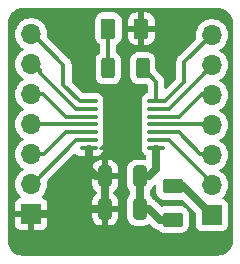
<source format=gbr>
%TF.GenerationSoftware,KiCad,Pcbnew,(7.0.0)*%
%TF.CreationDate,2023-02-28T13:13:19+01:00*%
%TF.ProjectId,breakout-board-attiny,62726561-6b6f-4757-942d-626f6172642d,rev?*%
%TF.SameCoordinates,Original*%
%TF.FileFunction,Copper,L1,Top*%
%TF.FilePolarity,Positive*%
%FSLAX46Y46*%
G04 Gerber Fmt 4.6, Leading zero omitted, Abs format (unit mm)*
G04 Created by KiCad (PCBNEW (7.0.0)) date 2023-02-28 13:13:19*
%MOMM*%
%LPD*%
G01*
G04 APERTURE LIST*
G04 Aperture macros list*
%AMRoundRect*
0 Rectangle with rounded corners*
0 $1 Rounding radius*
0 $2 $3 $4 $5 $6 $7 $8 $9 X,Y pos of 4 corners*
0 Add a 4 corners polygon primitive as box body*
4,1,4,$2,$3,$4,$5,$6,$7,$8,$9,$2,$3,0*
0 Add four circle primitives for the rounded corners*
1,1,$1+$1,$2,$3*
1,1,$1+$1,$4,$5*
1,1,$1+$1,$6,$7*
1,1,$1+$1,$8,$9*
0 Add four rect primitives between the rounded corners*
20,1,$1+$1,$2,$3,$4,$5,0*
20,1,$1+$1,$4,$5,$6,$7,0*
20,1,$1+$1,$6,$7,$8,$9,0*
20,1,$1+$1,$8,$9,$2,$3,0*%
G04 Aperture macros list end*
%TA.AperFunction,SMDPad,CuDef*%
%ADD10RoundRect,0.250000X0.375000X0.625000X-0.375000X0.625000X-0.375000X-0.625000X0.375000X-0.625000X0*%
%TD*%
%TA.AperFunction,SMDPad,CuDef*%
%ADD11RoundRect,0.250000X0.325000X0.650000X-0.325000X0.650000X-0.325000X-0.650000X0.325000X-0.650000X0*%
%TD*%
%TA.AperFunction,SMDPad,CuDef*%
%ADD12RoundRect,0.250000X0.312500X0.625000X-0.312500X0.625000X-0.312500X-0.625000X0.312500X-0.625000X0*%
%TD*%
%TA.AperFunction,SMDPad,CuDef*%
%ADD13RoundRect,0.250000X0.625000X-0.375000X0.625000X0.375000X-0.625000X0.375000X-0.625000X-0.375000X0*%
%TD*%
%TA.AperFunction,SMDPad,CuDef*%
%ADD14RoundRect,0.100000X0.637500X0.100000X-0.637500X0.100000X-0.637500X-0.100000X0.637500X-0.100000X0*%
%TD*%
%TA.AperFunction,ComponentPad*%
%ADD15R,1.700000X1.700000*%
%TD*%
%TA.AperFunction,ComponentPad*%
%ADD16O,1.700000X1.700000*%
%TD*%
%TA.AperFunction,Conductor*%
%ADD17C,0.700000*%
%TD*%
%TA.AperFunction,Conductor*%
%ADD18C,0.350000*%
%TD*%
G04 APERTURE END LIST*
D10*
%TO.P,D2,1,K*%
%TO.N,GND*%
X140849000Y-96990000D03*
%TO.P,D2,2,A*%
%TO.N,Net-(D2-A)*%
X138049000Y-96990000D03*
%TD*%
D11*
%TO.P,C2,1*%
%TO.N,/sVCC*%
X140725000Y-109500000D03*
%TO.P,C2,2*%
%TO.N,GND*%
X137775000Y-109500000D03*
%TD*%
D12*
%TO.P,R1,1*%
%TO.N,/TxD{slash}PB2*%
X140970000Y-100330000D03*
%TO.P,R1,2*%
%TO.N,Net-(D2-A)*%
X138045000Y-100330000D03*
%TD*%
D13*
%TO.P,D1,1,K*%
%TO.N,/sVCC*%
X143500000Y-113150000D03*
%TO.P,D1,2,A*%
%TO.N,VCC*%
X143500000Y-110350000D03*
%TD*%
D14*
%TO.P,U1,1,VCC*%
%TO.N,/sVCC*%
X142112500Y-107050000D03*
%TO.P,U1,2,PA4*%
%TO.N,/XDIR{slash}PA4*%
X142112500Y-106400000D03*
%TO.P,U1,3,PA5*%
%TO.N,/PA5*%
X142112500Y-105750000D03*
%TO.P,U1,4,PA6*%
%TO.N,/PA6*%
X142112500Y-105100000D03*
%TO.P,U1,5,PA7*%
%TO.N,/PA7*%
X142112500Y-104450000D03*
%TO.P,U1,6,PB3*%
%TO.N,/RxD{slash}PB3*%
X142112500Y-103800000D03*
%TO.P,U1,7,PB2*%
%TO.N,/TxD{slash}PB2*%
X142112500Y-103150000D03*
%TO.P,U1,8,PB1*%
%TO.N,/SDA{slash}XCK{slash}PB1*%
X136387500Y-103150000D03*
%TO.P,U1,9,PB0*%
%TO.N,/SCL{slash}XDIR{slash}PB0*%
X136387500Y-103800000D03*
%TO.P,U1,10,~{RESET}/PA0*%
%TO.N,/RESET-UDPI*%
X136387500Y-104450000D03*
%TO.P,U1,11,PA1*%
%TO.N,/TXD{slash}PA1*%
X136387500Y-105100000D03*
%TO.P,U1,12,PA2*%
%TO.N,/RXD{slash}PA2*%
X136387500Y-105750000D03*
%TO.P,U1,13,PA3*%
%TO.N,/XCK{slash}PA3*%
X136387500Y-106400000D03*
%TO.P,U1,14,GND*%
%TO.N,GND*%
X136387500Y-107050000D03*
%TD*%
D11*
%TO.P,C1,1*%
%TO.N,/sVCC*%
X140725000Y-112250000D03*
%TO.P,C1,2*%
%TO.N,GND*%
X137775000Y-112250000D03*
%TD*%
D15*
%TO.P,J1,1,Pin_1*%
%TO.N,VCC*%
X146811999Y-112775999D03*
D16*
%TO.P,J1,2,Pin_2*%
%TO.N,/XDIR{slash}PA4*%
X146811999Y-110235999D03*
%TO.P,J1,3,Pin_3*%
%TO.N,/PA5*%
X146811999Y-107695999D03*
%TO.P,J1,4,Pin_4*%
%TO.N,/PA6*%
X146811999Y-105155999D03*
%TO.P,J1,5,Pin_5*%
%TO.N,/PA7*%
X146811999Y-102615999D03*
%TO.P,J1,6,Pin_6*%
%TO.N,/RxD{slash}PB3*%
X146811999Y-100075999D03*
%TO.P,J1,7,Pin_7*%
%TO.N,/TxD{slash}PB2*%
X146811999Y-97535999D03*
%TD*%
D15*
%TO.P,J2,1,Pin_1*%
%TO.N,GND*%
X131524999Y-112689999D03*
D16*
%TO.P,J2,2,Pin_2*%
%TO.N,/XCK{slash}PA3*%
X131524999Y-110149999D03*
%TO.P,J2,3,Pin_3*%
%TO.N,/RXD{slash}PA2*%
X131524999Y-107609999D03*
%TO.P,J2,4,Pin_4*%
%TO.N,/TXD{slash}PA1*%
X131524999Y-105069999D03*
%TO.P,J2,5,Pin_5*%
%TO.N,/RESET-UDPI*%
X131524999Y-102529999D03*
%TO.P,J2,6,Pin_6*%
%TO.N,/SCL{slash}XDIR{slash}PB0*%
X131524999Y-99989999D03*
%TO.P,J2,7,Pin_7*%
%TO.N,/SDA{slash}XCK{slash}PB1*%
X131524999Y-97449999D03*
%TD*%
D17*
%TO.N,/sVCC*%
X141500000Y-112250000D02*
X140725000Y-112250000D01*
X141500000Y-109500000D02*
X142112500Y-108887500D01*
X142112500Y-108887500D02*
X142112500Y-107150000D01*
X140725000Y-112250000D02*
X140725000Y-109500000D01*
X140725000Y-109500000D02*
X141500000Y-109500000D01*
X142400000Y-113150000D02*
X141500000Y-112250000D01*
X143500000Y-113150000D02*
X142400000Y-113150000D01*
%TO.N,GND*%
X131650000Y-112690000D02*
X134810000Y-112690000D01*
X137775000Y-112250000D02*
X137775000Y-109500000D01*
X137775000Y-109500000D02*
X137000000Y-109500000D01*
X136387500Y-108887500D02*
X136387500Y-107150000D01*
X135250000Y-112250000D02*
X137775000Y-112250000D01*
X134810000Y-112690000D02*
X135250000Y-112250000D01*
X137000000Y-109500000D02*
X136387500Y-108887500D01*
%TO.N,VCC*%
X143500000Y-110350000D02*
X144386000Y-110350000D01*
X144386000Y-110350000D02*
X146812000Y-112776000D01*
X146890000Y-112640000D02*
X146900000Y-112640000D01*
D18*
%TO.N,/RxD{slash}PB3*%
X142112500Y-103800000D02*
X143200000Y-103800000D01*
X146000000Y-101000000D02*
X146900000Y-99940000D01*
X143200000Y-103800000D02*
X146000000Y-101000000D01*
%TO.N,/TxD{slash}PB2*%
X142112500Y-101472500D02*
X140970000Y-100330000D01*
X144500000Y-99800000D02*
X146900000Y-97400000D01*
X142112500Y-103150000D02*
X142850000Y-103150000D01*
X144500000Y-101500000D02*
X144500000Y-99800000D01*
X142112500Y-103150000D02*
X142112500Y-101472500D01*
X142850000Y-103150000D02*
X144500000Y-101500000D01*
%TO.N,/PA7*%
X146020000Y-102480000D02*
X146900000Y-102480000D01*
X144050000Y-104450000D02*
X146020000Y-102480000D01*
X142112500Y-104450000D02*
X144050000Y-104450000D01*
%TO.N,/PA6*%
X142112500Y-105100000D02*
X146820000Y-105100000D01*
X146820000Y-105100000D02*
X146900000Y-105020000D01*
%TO.N,/RESET-UDPI*%
X132500000Y-102500000D02*
X131680000Y-102500000D01*
X131680000Y-102500000D02*
X131650000Y-102530000D01*
X134450000Y-104450000D02*
X132500000Y-102500000D01*
X136387500Y-104450000D02*
X134450000Y-104450000D01*
%TO.N,/PA5*%
X144000000Y-105750000D02*
X145810000Y-107560000D01*
X145810000Y-107560000D02*
X146900000Y-107560000D01*
X142112500Y-105750000D02*
X144000000Y-105750000D01*
%TO.N,/XDIR{slash}PA4*%
X146000000Y-109250000D02*
X146900000Y-110100000D01*
X143150000Y-106400000D02*
X146000000Y-109250000D01*
X142112500Y-106400000D02*
X143150000Y-106400000D01*
%TO.N,/SDA{slash}XCK{slash}PB1*%
X134250000Y-100050000D02*
X131650000Y-97450000D01*
X136387500Y-103150000D02*
X135650000Y-103150000D01*
X134250000Y-101750000D02*
X134250000Y-100050000D01*
X135650000Y-103150000D02*
X134250000Y-101750000D01*
%TO.N,/SCL{slash}XDIR{slash}PB0*%
X132250000Y-100750000D02*
X132250000Y-100500000D01*
X135300000Y-103800000D02*
X132250000Y-100750000D01*
X136387500Y-103800000D02*
X135300000Y-103800000D01*
X131740000Y-99990000D02*
X131650000Y-99990000D01*
X132250000Y-100500000D02*
X131740000Y-99990000D01*
%TO.N,/TXD{slash}PA1*%
X136357500Y-105070000D02*
X131650000Y-105070000D01*
X136387500Y-105100000D02*
X136357500Y-105070000D01*
%TO.N,/RXD{slash}PA2*%
X134500000Y-105750000D02*
X132640000Y-107610000D01*
X132640000Y-107610000D02*
X131650000Y-107610000D01*
X136387500Y-105750000D02*
X134500000Y-105750000D01*
%TO.N,/XCK{slash}PA3*%
X136387500Y-106400000D02*
X135350000Y-106400000D01*
X131650000Y-110100000D02*
X131650000Y-110150000D01*
X135350000Y-106400000D02*
X131650000Y-110100000D01*
%TO.N,Net-(D2-A)*%
X138049000Y-100326000D02*
X138045000Y-100330000D01*
X138049000Y-96990000D02*
X138049000Y-100326000D01*
%TD*%
%TA.AperFunction,Conductor*%
%TO.N,GND*%
G36*
X147345395Y-95250472D02*
G01*
X147546250Y-95268044D01*
X147567535Y-95271797D01*
X147633840Y-95289563D01*
X147757051Y-95322577D01*
X147777352Y-95329966D01*
X147955175Y-95412886D01*
X147973881Y-95423686D01*
X148134598Y-95536221D01*
X148151156Y-95550115D01*
X148289884Y-95688843D01*
X148303778Y-95705401D01*
X148349767Y-95771081D01*
X148416309Y-95866112D01*
X148427114Y-95884828D01*
X148430247Y-95891544D01*
X148510030Y-96062640D01*
X148517423Y-96082952D01*
X148568202Y-96272464D01*
X148571955Y-96293749D01*
X148589528Y-96494604D01*
X148590000Y-96505412D01*
X148590000Y-114949588D01*
X148589528Y-114960396D01*
X148571955Y-115161250D01*
X148568202Y-115182535D01*
X148517423Y-115372047D01*
X148510030Y-115392359D01*
X148427116Y-115570169D01*
X148416309Y-115588887D01*
X148303778Y-115749598D01*
X148289884Y-115766156D01*
X148151156Y-115904884D01*
X148134598Y-115918778D01*
X147973887Y-116031309D01*
X147955169Y-116042116D01*
X147777359Y-116125030D01*
X147757047Y-116132423D01*
X147567535Y-116183202D01*
X147546250Y-116186955D01*
X147365400Y-116202777D01*
X147345394Y-116204528D01*
X147334588Y-116205000D01*
X130795412Y-116205000D01*
X130784605Y-116204528D01*
X130762209Y-116202568D01*
X130583749Y-116186955D01*
X130562464Y-116183202D01*
X130372952Y-116132423D01*
X130352640Y-116125030D01*
X130174830Y-116042116D01*
X130156115Y-116031310D01*
X129995401Y-115918778D01*
X129978843Y-115904884D01*
X129840115Y-115766156D01*
X129826221Y-115749598D01*
X129713686Y-115588881D01*
X129702886Y-115570175D01*
X129619966Y-115392352D01*
X129612576Y-115372047D01*
X129561797Y-115182535D01*
X129558044Y-115161249D01*
X129540472Y-114960395D01*
X129540000Y-114949588D01*
X129540000Y-113584518D01*
X130175000Y-113584518D01*
X130175353Y-113591114D01*
X130180573Y-113639667D01*
X130184111Y-113654641D01*
X130228547Y-113773777D01*
X130236962Y-113789189D01*
X130312498Y-113890092D01*
X130324907Y-113902501D01*
X130425810Y-113978037D01*
X130441222Y-113986452D01*
X130560358Y-114030888D01*
X130575332Y-114034426D01*
X130623885Y-114039646D01*
X130630482Y-114040000D01*
X131258674Y-114040000D01*
X131271549Y-114036549D01*
X131275000Y-114023674D01*
X131775000Y-114023674D01*
X131778450Y-114036549D01*
X131791326Y-114040000D01*
X132419518Y-114040000D01*
X132426114Y-114039646D01*
X132474667Y-114034426D01*
X132489641Y-114030888D01*
X132608777Y-113986452D01*
X132624189Y-113978037D01*
X132725092Y-113902501D01*
X132737501Y-113890092D01*
X132813037Y-113789189D01*
X132821452Y-113773777D01*
X132865888Y-113654641D01*
X132869426Y-113639667D01*
X132874646Y-113591114D01*
X132875000Y-113584518D01*
X132875000Y-112956326D01*
X132872455Y-112946829D01*
X136700001Y-112946829D01*
X136700321Y-112953111D01*
X136709805Y-113045959D01*
X136712623Y-113059122D01*
X136763370Y-113212267D01*
X136769432Y-113225266D01*
X136853890Y-113362194D01*
X136862794Y-113373455D01*
X136976544Y-113487205D01*
X136987805Y-113496109D01*
X137124733Y-113580567D01*
X137137732Y-113586629D01*
X137290874Y-113637375D01*
X137304041Y-113640194D01*
X137396890Y-113649680D01*
X137403168Y-113650000D01*
X137508674Y-113650000D01*
X137521549Y-113646549D01*
X137525000Y-113633674D01*
X137525000Y-113633673D01*
X138025000Y-113633673D01*
X138028450Y-113646548D01*
X138041326Y-113649999D01*
X138146829Y-113649999D01*
X138153111Y-113649678D01*
X138245959Y-113640194D01*
X138259122Y-113637376D01*
X138412267Y-113586629D01*
X138425266Y-113580567D01*
X138562194Y-113496109D01*
X138573455Y-113487205D01*
X138687205Y-113373455D01*
X138696109Y-113362194D01*
X138780567Y-113225266D01*
X138786629Y-113212267D01*
X138837375Y-113059125D01*
X138840194Y-113045958D01*
X138849680Y-112953109D01*
X138849970Y-112947414D01*
X139641500Y-112947414D01*
X139641501Y-112950544D01*
X139641819Y-112953657D01*
X139641820Y-112953676D01*
X139651248Y-113045959D01*
X139652113Y-113054426D01*
X139654244Y-113060857D01*
X139705611Y-113215877D01*
X139705612Y-113215880D01*
X139707885Y-113222738D01*
X139711674Y-113228881D01*
X139711677Y-113228887D01*
X139768992Y-113321809D01*
X139800970Y-113373652D01*
X139926348Y-113499030D01*
X139984358Y-113534811D01*
X140071112Y-113588322D01*
X140071114Y-113588323D01*
X140077262Y-113592115D01*
X140245574Y-113647887D01*
X140349455Y-113658500D01*
X141100544Y-113658499D01*
X141204426Y-113647887D01*
X141372738Y-113592115D01*
X141378889Y-113588320D01*
X141378893Y-113588319D01*
X141447177Y-113546201D01*
X141499073Y-113528444D01*
X141553552Y-113534811D01*
X141599953Y-113564055D01*
X141764719Y-113728821D01*
X141771535Y-113736215D01*
X141801776Y-113771818D01*
X141801779Y-113771820D01*
X141806129Y-113776942D01*
X141869910Y-113825427D01*
X141872506Y-113827457D01*
X141934913Y-113877621D01*
X141940935Y-113880607D01*
X141945151Y-113883302D01*
X141949431Y-113885877D01*
X141954787Y-113889949D01*
X141960891Y-113892773D01*
X142027440Y-113923562D01*
X142030470Y-113925013D01*
X142102203Y-113960590D01*
X142108731Y-113962213D01*
X142113419Y-113963935D01*
X142118154Y-113965530D01*
X142124263Y-113968357D01*
X142202474Y-113985572D01*
X142205692Y-113986325D01*
X142249417Y-113997200D01*
X142307170Y-114029852D01*
X142401348Y-114124030D01*
X142500419Y-114185137D01*
X142546112Y-114213322D01*
X142546114Y-114213323D01*
X142552262Y-114217115D01*
X142720574Y-114272887D01*
X142824455Y-114283500D01*
X144175544Y-114283499D01*
X144279426Y-114272887D01*
X144447738Y-114217115D01*
X144598652Y-114124030D01*
X144724030Y-113998652D01*
X144817115Y-113847738D01*
X144872887Y-113679426D01*
X144883500Y-113575545D01*
X144883499Y-112724456D01*
X144872887Y-112620574D01*
X144817115Y-112452262D01*
X144724030Y-112301348D01*
X144598652Y-112175970D01*
X144546809Y-112143992D01*
X144453887Y-112086677D01*
X144453881Y-112086674D01*
X144447738Y-112082885D01*
X144440880Y-112080612D01*
X144440877Y-112080611D01*
X144285850Y-112029241D01*
X144285844Y-112029239D01*
X144279426Y-112027113D01*
X144272696Y-112026425D01*
X144272694Y-112026425D01*
X144178674Y-112016819D01*
X144178660Y-112016818D01*
X144175545Y-112016500D01*
X144172397Y-112016500D01*
X142827604Y-112016500D01*
X142827584Y-112016500D01*
X142824456Y-112016501D01*
X142821343Y-112016818D01*
X142821323Y-112016820D01*
X142727313Y-112026424D01*
X142727307Y-112026425D01*
X142720574Y-112027113D01*
X142714150Y-112029241D01*
X142714139Y-112029244D01*
X142620900Y-112060140D01*
X142553301Y-112063091D01*
X142494217Y-112030115D01*
X142135291Y-111671189D01*
X142128464Y-111663784D01*
X142098223Y-111628181D01*
X142098220Y-111628178D01*
X142093871Y-111623058D01*
X142030141Y-111574611D01*
X142027496Y-111572544D01*
X141970324Y-111526588D01*
X141970320Y-111526585D01*
X141965087Y-111522379D01*
X141959067Y-111519393D01*
X141954814Y-111516675D01*
X141950558Y-111514114D01*
X141945213Y-111510051D01*
X141901673Y-111489907D01*
X141872529Y-111476423D01*
X141869521Y-111474981D01*
X141841800Y-111461233D01*
X141803279Y-111431460D01*
X141779190Y-111389149D01*
X141744388Y-111284122D01*
X141742115Y-111277262D01*
X141649030Y-111126348D01*
X141619819Y-111097137D01*
X141592939Y-111056909D01*
X141583500Y-111009456D01*
X141583500Y-110740544D01*
X141592939Y-110693091D01*
X141619819Y-110652863D01*
X141619818Y-110652863D01*
X141649030Y-110623652D01*
X141742115Y-110472738D01*
X141778001Y-110364435D01*
X141807806Y-110315980D01*
X141850457Y-110289452D01*
X141850119Y-110288721D01*
X141856035Y-110285983D01*
X141856118Y-110285932D01*
X141856126Y-110285929D01*
X141862600Y-110283748D01*
X141868374Y-110280272D01*
X141872898Y-110278180D01*
X141877368Y-110275962D01*
X141883690Y-110273641D01*
X141925717Y-110246777D01*
X141988302Y-110227328D01*
X142052060Y-110242498D01*
X142099180Y-110288049D01*
X142116500Y-110351257D01*
X142116500Y-110772395D01*
X142116500Y-110772414D01*
X142116501Y-110775544D01*
X142116819Y-110778657D01*
X142116820Y-110778676D01*
X142120487Y-110814568D01*
X142127113Y-110879426D01*
X142129244Y-110885857D01*
X142180611Y-111040877D01*
X142180612Y-111040880D01*
X142182885Y-111047738D01*
X142186674Y-111053881D01*
X142186677Y-111053887D01*
X142228219Y-111121236D01*
X142275970Y-111198652D01*
X142401348Y-111324030D01*
X142487532Y-111377189D01*
X142546112Y-111413322D01*
X142546114Y-111413323D01*
X142552262Y-111417115D01*
X142720574Y-111472887D01*
X142824455Y-111483500D01*
X144175544Y-111483499D01*
X144234744Y-111477451D01*
X144288906Y-111483982D01*
X144335025Y-111513128D01*
X145417181Y-112595283D01*
X145444061Y-112635511D01*
X145453500Y-112682964D01*
X145453500Y-113674638D01*
X145453852Y-113677918D01*
X145453853Y-113677924D01*
X145454014Y-113679426D01*
X145460011Y-113735201D01*
X145462717Y-113742458D01*
X145462719Y-113742463D01*
X145504279Y-113853887D01*
X145511111Y-113872204D01*
X145516425Y-113879303D01*
X145516426Y-113879304D01*
X145579397Y-113963424D01*
X145598739Y-113989261D01*
X145715796Y-114076889D01*
X145852799Y-114127989D01*
X145913362Y-114134500D01*
X147707328Y-114134500D01*
X147710638Y-114134500D01*
X147771201Y-114127989D01*
X147908204Y-114076889D01*
X148025261Y-113989261D01*
X148112889Y-113872204D01*
X148163989Y-113735201D01*
X148170500Y-113674638D01*
X148170500Y-111877362D01*
X148163989Y-111816799D01*
X148112889Y-111679796D01*
X148025261Y-111562739D01*
X148004089Y-111546890D01*
X147915304Y-111480426D01*
X147915303Y-111480425D01*
X147908204Y-111475111D01*
X147899895Y-111472011D01*
X147899888Y-111472008D01*
X147790404Y-111431172D01*
X147740869Y-111397157D01*
X147713142Y-111343847D01*
X147713735Y-111283760D01*
X147742505Y-111231013D01*
X147887722Y-111073268D01*
X148010860Y-110884791D01*
X148101296Y-110678616D01*
X148156564Y-110460368D01*
X148175156Y-110236000D01*
X148156564Y-110011632D01*
X148101296Y-109793384D01*
X148010860Y-109587209D01*
X147887722Y-109398732D01*
X147784567Y-109286677D01*
X147738711Y-109236864D01*
X147738708Y-109236861D01*
X147735240Y-109233094D01*
X147659181Y-109173894D01*
X147561623Y-109097960D01*
X147561615Y-109097955D01*
X147557576Y-109094811D01*
X147553066Y-109092370D01*
X147553061Y-109092367D01*
X147521070Y-109075055D01*
X147473564Y-109029474D01*
X147456086Y-108966000D01*
X147473564Y-108902526D01*
X147521070Y-108856945D01*
X147521109Y-108856923D01*
X147557576Y-108837189D01*
X147735240Y-108698906D01*
X147887722Y-108533268D01*
X148010860Y-108344791D01*
X148101296Y-108138616D01*
X148156564Y-107920368D01*
X148175156Y-107696000D01*
X148156564Y-107471632D01*
X148101296Y-107253384D01*
X148010860Y-107047209D01*
X147887722Y-106858732D01*
X147735240Y-106693094D01*
X147680890Y-106650791D01*
X147561623Y-106557960D01*
X147561615Y-106557955D01*
X147557576Y-106554811D01*
X147553064Y-106552369D01*
X147553061Y-106552367D01*
X147521070Y-106535055D01*
X147473564Y-106489474D01*
X147456086Y-106426000D01*
X147473564Y-106362526D01*
X147521070Y-106316945D01*
X147521109Y-106316923D01*
X147557576Y-106297189D01*
X147735240Y-106158906D01*
X147887722Y-105993268D01*
X148010860Y-105804791D01*
X148101296Y-105598616D01*
X148156564Y-105380368D01*
X148175156Y-105156000D01*
X148156564Y-104931632D01*
X148101296Y-104713384D01*
X148010860Y-104507209D01*
X147887722Y-104318732D01*
X147879790Y-104310116D01*
X147738711Y-104156864D01*
X147738708Y-104156861D01*
X147735240Y-104153094D01*
X147699144Y-104124999D01*
X147561623Y-104017960D01*
X147561615Y-104017955D01*
X147557576Y-104014811D01*
X147553064Y-104012369D01*
X147553061Y-104012367D01*
X147521070Y-103995055D01*
X147473564Y-103949474D01*
X147456086Y-103886000D01*
X147473564Y-103822526D01*
X147521070Y-103776945D01*
X147521109Y-103776923D01*
X147557576Y-103757189D01*
X147735240Y-103618906D01*
X147887722Y-103453268D01*
X148010860Y-103264791D01*
X148101296Y-103058616D01*
X148156564Y-102840368D01*
X148175156Y-102616000D01*
X148156564Y-102391632D01*
X148101296Y-102173384D01*
X148010860Y-101967209D01*
X147887722Y-101778732D01*
X147823076Y-101708508D01*
X147738711Y-101616864D01*
X147738708Y-101616861D01*
X147735240Y-101613094D01*
X147722597Y-101603253D01*
X147561623Y-101477960D01*
X147561615Y-101477955D01*
X147557576Y-101474811D01*
X147553066Y-101472370D01*
X147553061Y-101472367D01*
X147521070Y-101455055D01*
X147473564Y-101409474D01*
X147456086Y-101346000D01*
X147473564Y-101282526D01*
X147521070Y-101236945D01*
X147521109Y-101236923D01*
X147557576Y-101217189D01*
X147735240Y-101078906D01*
X147887722Y-100913268D01*
X148010860Y-100724791D01*
X148101296Y-100518616D01*
X148156564Y-100300368D01*
X148175156Y-100076000D01*
X148156564Y-99851632D01*
X148101296Y-99633384D01*
X148010860Y-99427209D01*
X147887722Y-99238732D01*
X147884246Y-99234956D01*
X147738711Y-99076864D01*
X147738708Y-99076861D01*
X147735240Y-99073094D01*
X147681688Y-99031412D01*
X147561623Y-98937960D01*
X147561615Y-98937955D01*
X147557576Y-98934811D01*
X147553066Y-98932370D01*
X147553061Y-98932367D01*
X147521070Y-98915055D01*
X147473564Y-98869474D01*
X147456086Y-98806000D01*
X147473564Y-98742526D01*
X147521070Y-98696945D01*
X147521109Y-98696923D01*
X147557576Y-98677189D01*
X147735240Y-98538906D01*
X147887722Y-98373268D01*
X148010860Y-98184791D01*
X148101296Y-97978616D01*
X148156564Y-97760368D01*
X148175156Y-97536000D01*
X148156564Y-97311632D01*
X148101296Y-97093384D01*
X148010860Y-96887209D01*
X147887722Y-96698732D01*
X147735240Y-96533094D01*
X147685789Y-96494604D01*
X147561623Y-96397960D01*
X147561615Y-96397955D01*
X147557576Y-96394811D01*
X147553071Y-96392373D01*
X147553065Y-96392369D01*
X147364080Y-96290096D01*
X147364074Y-96290093D01*
X147359574Y-96287658D01*
X147354733Y-96285996D01*
X147354726Y-96285993D01*
X147151488Y-96216222D01*
X147151487Y-96216221D01*
X147146635Y-96214556D01*
X147141585Y-96213713D01*
X147141576Y-96213711D01*
X146929631Y-96178344D01*
X146929622Y-96178343D01*
X146924569Y-96177500D01*
X146699431Y-96177500D01*
X146694378Y-96178343D01*
X146694368Y-96178344D01*
X146482423Y-96213711D01*
X146482411Y-96213713D01*
X146477365Y-96214556D01*
X146472515Y-96216220D01*
X146472511Y-96216222D01*
X146269273Y-96285993D01*
X146269262Y-96285997D01*
X146264426Y-96287658D01*
X146259929Y-96290091D01*
X146259919Y-96290096D01*
X146070934Y-96392369D01*
X146070922Y-96392376D01*
X146066424Y-96394811D01*
X146062389Y-96397951D01*
X146062376Y-96397960D01*
X145892801Y-96529948D01*
X145892795Y-96529952D01*
X145888760Y-96533094D01*
X145885297Y-96536855D01*
X145885288Y-96536864D01*
X145739753Y-96694956D01*
X145739747Y-96694963D01*
X145736278Y-96698732D01*
X145733481Y-96703012D01*
X145733474Y-96703022D01*
X145615942Y-96882920D01*
X145613140Y-96887209D01*
X145611085Y-96891892D01*
X145611080Y-96891903D01*
X145524764Y-97088687D01*
X145522704Y-97093384D01*
X145521446Y-97098349D01*
X145521445Y-97098354D01*
X145468695Y-97306657D01*
X145468693Y-97306666D01*
X145467436Y-97311632D01*
X145467012Y-97316741D01*
X145467011Y-97316751D01*
X145456394Y-97444883D01*
X145448844Y-97536000D01*
X145449268Y-97541117D01*
X145467011Y-97755248D01*
X145467012Y-97755256D01*
X145467436Y-97760368D01*
X145468695Y-97765342D01*
X145468697Y-97765350D01*
X145471473Y-97776312D01*
X145470819Y-97839670D01*
X145438949Y-97894434D01*
X144033943Y-99299440D01*
X144028491Y-99304572D01*
X143990253Y-99338448D01*
X143990245Y-99338456D01*
X143984635Y-99343427D01*
X143980375Y-99349597D01*
X143980369Y-99349605D01*
X143951354Y-99391640D01*
X143946919Y-99397669D01*
X143915396Y-99437906D01*
X143915393Y-99437910D01*
X143910777Y-99443803D01*
X143907703Y-99450630D01*
X143907700Y-99450637D01*
X143906822Y-99452588D01*
X143895811Y-99472109D01*
X143894608Y-99473851D01*
X143894601Y-99473862D01*
X143890346Y-99480029D01*
X143887688Y-99487036D01*
X143887686Y-99487041D01*
X143869569Y-99534810D01*
X143866704Y-99541726D01*
X143845737Y-99588314D01*
X143845733Y-99588324D01*
X143842656Y-99595163D01*
X143841303Y-99602542D01*
X143841302Y-99602547D01*
X143840920Y-99604631D01*
X143834902Y-99626219D01*
X143834148Y-99628207D01*
X143834146Y-99628212D01*
X143831487Y-99635226D01*
X143830583Y-99642665D01*
X143830582Y-99642672D01*
X143824423Y-99693397D01*
X143823296Y-99700799D01*
X143814088Y-99751047D01*
X143814087Y-99751051D01*
X143812736Y-99758428D01*
X143813188Y-99765907D01*
X143813188Y-99765915D01*
X143816274Y-99816917D01*
X143816500Y-99824404D01*
X143816500Y-101165523D01*
X143807061Y-101212976D01*
X143780181Y-101253204D01*
X143007681Y-102025704D01*
X142958318Y-102055954D01*
X142900602Y-102060496D01*
X142847115Y-102038341D01*
X142809515Y-101994318D01*
X142796000Y-101938023D01*
X142796000Y-101496904D01*
X142796226Y-101489417D01*
X142796919Y-101477960D01*
X142799764Y-101430928D01*
X142789200Y-101373286D01*
X142788077Y-101365910D01*
X142781013Y-101307726D01*
X142777603Y-101298737D01*
X142771575Y-101277114D01*
X142769844Y-101267663D01*
X142745795Y-101214231D01*
X142742939Y-101207338D01*
X142722154Y-101152529D01*
X142716696Y-101144622D01*
X142705667Y-101125067D01*
X142701723Y-101116303D01*
X142688860Y-101099885D01*
X142665585Y-101070176D01*
X142661146Y-101064143D01*
X142632124Y-101022097D01*
X142632123Y-101022096D01*
X142627865Y-101015927D01*
X142584008Y-100977073D01*
X142578554Y-100971939D01*
X142077318Y-100470703D01*
X142050438Y-100430475D01*
X142040999Y-100383022D01*
X142040999Y-99657605D01*
X142040999Y-99657602D01*
X142040999Y-99654456D01*
X142030387Y-99550574D01*
X141974615Y-99382262D01*
X141952188Y-99345903D01*
X141925163Y-99302088D01*
X141881530Y-99231348D01*
X141756152Y-99105970D01*
X141649500Y-99040186D01*
X141611387Y-99016677D01*
X141611381Y-99016674D01*
X141605238Y-99012885D01*
X141598380Y-99010612D01*
X141598377Y-99010611D01*
X141443350Y-98959241D01*
X141443344Y-98959239D01*
X141436926Y-98957113D01*
X141430196Y-98956425D01*
X141430194Y-98956425D01*
X141336174Y-98946819D01*
X141336160Y-98946818D01*
X141333045Y-98946500D01*
X141329897Y-98946500D01*
X140610104Y-98946500D01*
X140610084Y-98946500D01*
X140606956Y-98946501D01*
X140603843Y-98946818D01*
X140603823Y-98946820D01*
X140509813Y-98956424D01*
X140509807Y-98956425D01*
X140503074Y-98957113D01*
X140496644Y-98959243D01*
X140496642Y-98959244D01*
X140341622Y-99010611D01*
X140341615Y-99010613D01*
X140334762Y-99012885D01*
X140328621Y-99016672D01*
X140328612Y-99016677D01*
X140189997Y-99102177D01*
X140183848Y-99105970D01*
X140178740Y-99111077D01*
X140178736Y-99111081D01*
X140063581Y-99226236D01*
X140063577Y-99226240D01*
X140058470Y-99231348D01*
X140054678Y-99237495D01*
X140054677Y-99237497D01*
X139969177Y-99376112D01*
X139969172Y-99376121D01*
X139965385Y-99382262D01*
X139963113Y-99389115D01*
X139963111Y-99389122D01*
X139911741Y-99544149D01*
X139911739Y-99544157D01*
X139909613Y-99550574D01*
X139908925Y-99557302D01*
X139908925Y-99557305D01*
X139899319Y-99651325D01*
X139899318Y-99651340D01*
X139899000Y-99654455D01*
X139899000Y-99657601D01*
X139899000Y-99657602D01*
X139899000Y-101002395D01*
X139899000Y-101002414D01*
X139899001Y-101005544D01*
X139899319Y-101008657D01*
X139899320Y-101008676D01*
X139908638Y-101099885D01*
X139909613Y-101109426D01*
X139911744Y-101115857D01*
X139963111Y-101270877D01*
X139963112Y-101270880D01*
X139965385Y-101277738D01*
X139969174Y-101283881D01*
X139969177Y-101283887D01*
X140019756Y-101365887D01*
X140058470Y-101428652D01*
X140183848Y-101554030D01*
X140282919Y-101615137D01*
X140328612Y-101643322D01*
X140328614Y-101643323D01*
X140334762Y-101647115D01*
X140503074Y-101702887D01*
X140606955Y-101713500D01*
X141305000Y-101713499D01*
X141367000Y-101730112D01*
X141412387Y-101775499D01*
X141429000Y-101837499D01*
X141429000Y-102333560D01*
X141414990Y-102390815D01*
X141376127Y-102435132D01*
X141331640Y-102452434D01*
X141332059Y-102453998D01*
X141324209Y-102456100D01*
X141316150Y-102457162D01*
X141308641Y-102460271D01*
X141308638Y-102460273D01*
X141175634Y-102515364D01*
X141175626Y-102515368D01*
X141168124Y-102518476D01*
X141161680Y-102523419D01*
X141161674Y-102523424D01*
X141047460Y-102611065D01*
X141047455Y-102611069D01*
X141041013Y-102616013D01*
X141036069Y-102622455D01*
X141036065Y-102622460D01*
X140948424Y-102736674D01*
X140948419Y-102736680D01*
X140943476Y-102743124D01*
X140940368Y-102750626D01*
X140940364Y-102750634D01*
X140885273Y-102883637D01*
X140885271Y-102883643D01*
X140882162Y-102891150D01*
X140881101Y-102899205D01*
X140881100Y-102899211D01*
X140867029Y-103006094D01*
X140866500Y-103010115D01*
X140866500Y-103014167D01*
X140866500Y-103014168D01*
X140866500Y-103285829D01*
X140866500Y-103285844D01*
X140866501Y-103289884D01*
X140867029Y-103293898D01*
X140867030Y-103293906D01*
X140881100Y-103400789D01*
X140881101Y-103400793D01*
X140882162Y-103408850D01*
X140885272Y-103416359D01*
X140885273Y-103416361D01*
X140889908Y-103427552D01*
X140899345Y-103475000D01*
X140889908Y-103522448D01*
X140885273Y-103533637D01*
X140885271Y-103533643D01*
X140882162Y-103541150D01*
X140881101Y-103549205D01*
X140881100Y-103549211D01*
X140867029Y-103656094D01*
X140866500Y-103660115D01*
X140866500Y-103664167D01*
X140866500Y-103664168D01*
X140866500Y-103935829D01*
X140866500Y-103935844D01*
X140866501Y-103939884D01*
X140867029Y-103943898D01*
X140867030Y-103943906D01*
X140881101Y-104050791D01*
X140882162Y-104058850D01*
X140885269Y-104066352D01*
X140885272Y-104066361D01*
X140889907Y-104077550D01*
X140899345Y-104124999D01*
X140889908Y-104172448D01*
X140885273Y-104183637D01*
X140885272Y-104183642D01*
X140882162Y-104191150D01*
X140881101Y-104199205D01*
X140881100Y-104199211D01*
X140867029Y-104306094D01*
X140866500Y-104310115D01*
X140866500Y-104314167D01*
X140866500Y-104314168D01*
X140866500Y-104585829D01*
X140866500Y-104585844D01*
X140866501Y-104589884D01*
X140867029Y-104593898D01*
X140867030Y-104593906D01*
X140881100Y-104700789D01*
X140881101Y-104700793D01*
X140882162Y-104708850D01*
X140885272Y-104716359D01*
X140885273Y-104716361D01*
X140889908Y-104727552D01*
X140899345Y-104775000D01*
X140889908Y-104822448D01*
X140885273Y-104833637D01*
X140885271Y-104833643D01*
X140882162Y-104841150D01*
X140881101Y-104849205D01*
X140881100Y-104849211D01*
X140867029Y-104956094D01*
X140866500Y-104960115D01*
X140866500Y-104964167D01*
X140866500Y-104964168D01*
X140866500Y-105235829D01*
X140866500Y-105235844D01*
X140866501Y-105239884D01*
X140867029Y-105243898D01*
X140867030Y-105243906D01*
X140881101Y-105350791D01*
X140882162Y-105358850D01*
X140885269Y-105366352D01*
X140885272Y-105366361D01*
X140889907Y-105377550D01*
X140899345Y-105424999D01*
X140889908Y-105472448D01*
X140885273Y-105483637D01*
X140885272Y-105483642D01*
X140882162Y-105491150D01*
X140881101Y-105499205D01*
X140881100Y-105499211D01*
X140867029Y-105606094D01*
X140866500Y-105610115D01*
X140866500Y-105614167D01*
X140866500Y-105614168D01*
X140866500Y-105885829D01*
X140866500Y-105885844D01*
X140866501Y-105889884D01*
X140867029Y-105893898D01*
X140867030Y-105893906D01*
X140881100Y-106000789D01*
X140881101Y-106000793D01*
X140882162Y-106008850D01*
X140885272Y-106016359D01*
X140885273Y-106016361D01*
X140889908Y-106027552D01*
X140899345Y-106075000D01*
X140889908Y-106122448D01*
X140885273Y-106133637D01*
X140885271Y-106133643D01*
X140882162Y-106141150D01*
X140881101Y-106149205D01*
X140881100Y-106149211D01*
X140867029Y-106256094D01*
X140866500Y-106260115D01*
X140866500Y-106264167D01*
X140866500Y-106264168D01*
X140866500Y-106535829D01*
X140866500Y-106535844D01*
X140866501Y-106539884D01*
X140867029Y-106543898D01*
X140867030Y-106543906D01*
X140879790Y-106640829D01*
X140882162Y-106658850D01*
X140885269Y-106666352D01*
X140885272Y-106666361D01*
X140889907Y-106677550D01*
X140899345Y-106724999D01*
X140889908Y-106772448D01*
X140885273Y-106783637D01*
X140885271Y-106783643D01*
X140882162Y-106791150D01*
X140881101Y-106799205D01*
X140881100Y-106799211D01*
X140868027Y-106898514D01*
X140866500Y-106910115D01*
X140866500Y-106914167D01*
X140866500Y-106914168D01*
X140866500Y-107185829D01*
X140866500Y-107185844D01*
X140866501Y-107189884D01*
X140867029Y-107193898D01*
X140867030Y-107193906D01*
X140881100Y-107300789D01*
X140881101Y-107300795D01*
X140882162Y-107308850D01*
X140885272Y-107316360D01*
X140885273Y-107316361D01*
X140940364Y-107449365D01*
X140940367Y-107449370D01*
X140943476Y-107456876D01*
X140948422Y-107463322D01*
X140948424Y-107463325D01*
X141031417Y-107571482D01*
X141041013Y-107583987D01*
X141047460Y-107588934D01*
X141152000Y-107669152D01*
X141168124Y-107681524D01*
X141177452Y-107685387D01*
X141180721Y-107687572D01*
X141182673Y-107688699D01*
X141182599Y-107688826D01*
X141217680Y-107712267D01*
X141244561Y-107752496D01*
X141254000Y-107799949D01*
X141254000Y-107969864D01*
X141235221Y-108035473D01*
X141184573Y-108081210D01*
X141117396Y-108093221D01*
X141106950Y-108092154D01*
X141103669Y-108091819D01*
X141103665Y-108091818D01*
X141100545Y-108091500D01*
X141097397Y-108091500D01*
X140352604Y-108091500D01*
X140352584Y-108091500D01*
X140349456Y-108091501D01*
X140346343Y-108091818D01*
X140346323Y-108091820D01*
X140252313Y-108101424D01*
X140252307Y-108101425D01*
X140245574Y-108102113D01*
X140239144Y-108104243D01*
X140239142Y-108104244D01*
X140084122Y-108155611D01*
X140084115Y-108155613D01*
X140077262Y-108157885D01*
X140071121Y-108161672D01*
X140071112Y-108161677D01*
X139932497Y-108247177D01*
X139926348Y-108250970D01*
X139921240Y-108256077D01*
X139921236Y-108256081D01*
X139806081Y-108371236D01*
X139806077Y-108371240D01*
X139800970Y-108376348D01*
X139797178Y-108382495D01*
X139797177Y-108382497D01*
X139711677Y-108521112D01*
X139711672Y-108521121D01*
X139707885Y-108527262D01*
X139705613Y-108534115D01*
X139705611Y-108534122D01*
X139654241Y-108689149D01*
X139654239Y-108689157D01*
X139652113Y-108695574D01*
X139651425Y-108702302D01*
X139651425Y-108702305D01*
X139641819Y-108796325D01*
X139641818Y-108796340D01*
X139641500Y-108799455D01*
X139641500Y-108802601D01*
X139641500Y-108802602D01*
X139641500Y-110197395D01*
X139641500Y-110197414D01*
X139641501Y-110200544D01*
X139641819Y-110203657D01*
X139641820Y-110203676D01*
X139651248Y-110295959D01*
X139652113Y-110304426D01*
X139654244Y-110310857D01*
X139705611Y-110465877D01*
X139705612Y-110465880D01*
X139707885Y-110472738D01*
X139711674Y-110478881D01*
X139711677Y-110478887D01*
X139768992Y-110571809D01*
X139800970Y-110623652D01*
X139806081Y-110628763D01*
X139830181Y-110652863D01*
X139857061Y-110693091D01*
X139866500Y-110740544D01*
X139866500Y-111009456D01*
X139857061Y-111056909D01*
X139830181Y-111097137D01*
X139806081Y-111121236D01*
X139806077Y-111121240D01*
X139800970Y-111126348D01*
X139797178Y-111132495D01*
X139797177Y-111132497D01*
X139711677Y-111271112D01*
X139711672Y-111271121D01*
X139707885Y-111277262D01*
X139705613Y-111284115D01*
X139705611Y-111284122D01*
X139654241Y-111439149D01*
X139654239Y-111439157D01*
X139652113Y-111445574D01*
X139651425Y-111452302D01*
X139651425Y-111452305D01*
X139641819Y-111546325D01*
X139641818Y-111546340D01*
X139641500Y-111549455D01*
X139641500Y-111552601D01*
X139641500Y-111552602D01*
X139641500Y-112947395D01*
X139641500Y-112947414D01*
X138849970Y-112947414D01*
X138850000Y-112946832D01*
X138850000Y-112516326D01*
X138846549Y-112503450D01*
X138833674Y-112500000D01*
X138041326Y-112500000D01*
X138028450Y-112503450D01*
X138025000Y-112516326D01*
X138025000Y-113633673D01*
X137525000Y-113633673D01*
X137525000Y-112516326D01*
X137521549Y-112503450D01*
X137508674Y-112500000D01*
X136716327Y-112500000D01*
X136703451Y-112503450D01*
X136700001Y-112516326D01*
X136700001Y-112946829D01*
X132872455Y-112946829D01*
X132871549Y-112943450D01*
X132858674Y-112940000D01*
X131791326Y-112940000D01*
X131778450Y-112943450D01*
X131775000Y-112956326D01*
X131775000Y-114023674D01*
X131275000Y-114023674D01*
X131275000Y-112956326D01*
X131271549Y-112943450D01*
X131258674Y-112940000D01*
X130191326Y-112940000D01*
X130178450Y-112943450D01*
X130175000Y-112956326D01*
X130175000Y-113584518D01*
X129540000Y-113584518D01*
X129540000Y-110150000D01*
X130161844Y-110150000D01*
X130162268Y-110155117D01*
X130180011Y-110369248D01*
X130180012Y-110369256D01*
X130180436Y-110374368D01*
X130181693Y-110379335D01*
X130181695Y-110379342D01*
X130234445Y-110587645D01*
X130235704Y-110592616D01*
X130237764Y-110597312D01*
X130324080Y-110794096D01*
X130324083Y-110794101D01*
X130326140Y-110798791D01*
X130336448Y-110814568D01*
X130446474Y-110982977D01*
X130446477Y-110982981D01*
X130449278Y-110987268D01*
X130452752Y-110991041D01*
X130452753Y-110991043D01*
X130600706Y-111151761D01*
X130629480Y-111204513D01*
X130630073Y-111264600D01*
X130602346Y-111317910D01*
X130552811Y-111351925D01*
X130441226Y-111393544D01*
X130425810Y-111401962D01*
X130324907Y-111477498D01*
X130312498Y-111489907D01*
X130236962Y-111590810D01*
X130228547Y-111606222D01*
X130184111Y-111725358D01*
X130180573Y-111740332D01*
X130175353Y-111788885D01*
X130175000Y-111795482D01*
X130175000Y-112423674D01*
X130178450Y-112436549D01*
X130191326Y-112440000D01*
X132858674Y-112440000D01*
X132871549Y-112436549D01*
X132875000Y-112423674D01*
X132875000Y-111983674D01*
X136700000Y-111983674D01*
X136703450Y-111996549D01*
X136716326Y-112000000D01*
X137508674Y-112000000D01*
X137521549Y-111996549D01*
X137525000Y-111983674D01*
X138025000Y-111983674D01*
X138028450Y-111996549D01*
X138041326Y-112000000D01*
X138833673Y-112000000D01*
X138846548Y-111996549D01*
X138849999Y-111983674D01*
X138849999Y-111553171D01*
X138849678Y-111546888D01*
X138840194Y-111454040D01*
X138837376Y-111440877D01*
X138786629Y-111287732D01*
X138780567Y-111274733D01*
X138696109Y-111137805D01*
X138687205Y-111126544D01*
X138573455Y-111012794D01*
X138562191Y-111003887D01*
X138524337Y-110980539D01*
X138481156Y-110935432D01*
X138465433Y-110875000D01*
X138481156Y-110814568D01*
X138524337Y-110769461D01*
X138562191Y-110746112D01*
X138573455Y-110737205D01*
X138687205Y-110623455D01*
X138696109Y-110612194D01*
X138780567Y-110475266D01*
X138786629Y-110462267D01*
X138837375Y-110309125D01*
X138840194Y-110295958D01*
X138849680Y-110203109D01*
X138850000Y-110196832D01*
X138850000Y-109766326D01*
X138846549Y-109753450D01*
X138833674Y-109750000D01*
X138041326Y-109750000D01*
X138028450Y-109753450D01*
X138025000Y-109766326D01*
X138025000Y-111983674D01*
X137525000Y-111983674D01*
X137525000Y-109766326D01*
X137521549Y-109753450D01*
X137508674Y-109750000D01*
X136716327Y-109750000D01*
X136703451Y-109753450D01*
X136700001Y-109766326D01*
X136700001Y-110196829D01*
X136700321Y-110203111D01*
X136709805Y-110295959D01*
X136712623Y-110309122D01*
X136763370Y-110462267D01*
X136769432Y-110475266D01*
X136853890Y-110612194D01*
X136862794Y-110623455D01*
X136976544Y-110737205D01*
X136987811Y-110746114D01*
X137025663Y-110769462D01*
X137068844Y-110814568D01*
X137084566Y-110875000D01*
X137068844Y-110935432D01*
X137025663Y-110980538D01*
X136987811Y-111003885D01*
X136976544Y-111012794D01*
X136862794Y-111126544D01*
X136853890Y-111137805D01*
X136769432Y-111274733D01*
X136763370Y-111287732D01*
X136712624Y-111440874D01*
X136709805Y-111454041D01*
X136700319Y-111546890D01*
X136700000Y-111553168D01*
X136700000Y-111983674D01*
X132875000Y-111983674D01*
X132875000Y-111795482D01*
X132874646Y-111788885D01*
X132869426Y-111740332D01*
X132865888Y-111725358D01*
X132821452Y-111606222D01*
X132813037Y-111590810D01*
X132737501Y-111489907D01*
X132725092Y-111477498D01*
X132624189Y-111401962D01*
X132608779Y-111393548D01*
X132497188Y-111351926D01*
X132447653Y-111317910D01*
X132419926Y-111264600D01*
X132420519Y-111204513D01*
X132449290Y-111151765D01*
X132600722Y-110987268D01*
X132723860Y-110798791D01*
X132814296Y-110592616D01*
X132869564Y-110374368D01*
X132888156Y-110150000D01*
X132869564Y-109925632D01*
X132868482Y-109921360D01*
X132872683Y-109863374D01*
X132903089Y-109813524D01*
X133482939Y-109233674D01*
X136700000Y-109233674D01*
X136703450Y-109246549D01*
X136716326Y-109250000D01*
X137508674Y-109250000D01*
X137521549Y-109246549D01*
X137525000Y-109233674D01*
X138025000Y-109233674D01*
X138028450Y-109246549D01*
X138041326Y-109250000D01*
X138833673Y-109250000D01*
X138846548Y-109246549D01*
X138849999Y-109233674D01*
X138849999Y-108803171D01*
X138849678Y-108796888D01*
X138840194Y-108704040D01*
X138837376Y-108690877D01*
X138786629Y-108537732D01*
X138780567Y-108524733D01*
X138696109Y-108387805D01*
X138687205Y-108376544D01*
X138573455Y-108262794D01*
X138562194Y-108253890D01*
X138425266Y-108169432D01*
X138412267Y-108163370D01*
X138259125Y-108112624D01*
X138245958Y-108109805D01*
X138153109Y-108100319D01*
X138146832Y-108100000D01*
X138041326Y-108100000D01*
X138028450Y-108103450D01*
X138025000Y-108116326D01*
X138025000Y-109233674D01*
X137525000Y-109233674D01*
X137525000Y-108116327D01*
X137521549Y-108103451D01*
X137508674Y-108100001D01*
X137403171Y-108100001D01*
X137396888Y-108100321D01*
X137304040Y-108109805D01*
X137290877Y-108112623D01*
X137137732Y-108163370D01*
X137124733Y-108169432D01*
X136987805Y-108253890D01*
X136976544Y-108262794D01*
X136862794Y-108376544D01*
X136853890Y-108387805D01*
X136769432Y-108524733D01*
X136763370Y-108537732D01*
X136712624Y-108690874D01*
X136709805Y-108704041D01*
X136700319Y-108796890D01*
X136700000Y-108803168D01*
X136700000Y-109233674D01*
X133482939Y-109233674D01*
X135143452Y-107573161D01*
X135199037Y-107541069D01*
X135263225Y-107541069D01*
X135318812Y-107573163D01*
X135328517Y-107582868D01*
X135440963Y-107669152D01*
X135454921Y-107677209D01*
X135585856Y-107731444D01*
X135601430Y-107735617D01*
X135706657Y-107749470D01*
X135714730Y-107750000D01*
X136171174Y-107750000D01*
X136184049Y-107746549D01*
X136187500Y-107733674D01*
X136187500Y-107232500D01*
X136204113Y-107170500D01*
X136249500Y-107125113D01*
X136311499Y-107108500D01*
X136390150Y-107108499D01*
X136468189Y-107108499D01*
X136523032Y-107121286D01*
X136566564Y-107157011D01*
X136589806Y-107208306D01*
X136587964Y-107264590D01*
X136587500Y-107266322D01*
X136587500Y-107733673D01*
X136590950Y-107746548D01*
X136603826Y-107749999D01*
X137060267Y-107749999D01*
X137068344Y-107749469D01*
X137173570Y-107735617D01*
X137189142Y-107731444D01*
X137320078Y-107677209D01*
X137334036Y-107669152D01*
X137446482Y-107582868D01*
X137457868Y-107571482D01*
X137544152Y-107459036D01*
X137552209Y-107445078D01*
X137606443Y-107314145D01*
X137610617Y-107298568D01*
X137614701Y-107267552D01*
X137612595Y-107253873D01*
X137599308Y-107250000D01*
X137412444Y-107250000D01*
X137353276Y-107234973D01*
X137308449Y-107193535D01*
X137288826Y-107135729D01*
X137299164Y-107075565D01*
X137336957Y-107027625D01*
X137423511Y-106961209D01*
X137458987Y-106933987D01*
X137477305Y-106910115D01*
X137486207Y-106898514D01*
X137529739Y-106862788D01*
X137584583Y-106850000D01*
X137599310Y-106850000D01*
X137612594Y-106846127D01*
X137614700Y-106832446D01*
X137610616Y-106801427D01*
X137606446Y-106785864D01*
X137605494Y-106783564D01*
X137604523Y-106778684D01*
X137604342Y-106778008D01*
X137604386Y-106777996D01*
X137596053Y-106736107D01*
X137605493Y-106688653D01*
X137617838Y-106658850D01*
X137633500Y-106539885D01*
X137633499Y-106260116D01*
X137617838Y-106141150D01*
X137610095Y-106122457D01*
X137600654Y-106075000D01*
X137610095Y-106027543D01*
X137614728Y-106016359D01*
X137614728Y-106016356D01*
X137617838Y-106008850D01*
X137633500Y-105889885D01*
X137633499Y-105610116D01*
X137617838Y-105491150D01*
X137610093Y-105472452D01*
X137600654Y-105424997D01*
X137610093Y-105377546D01*
X137617838Y-105358850D01*
X137633500Y-105239885D01*
X137633499Y-104960116D01*
X137617838Y-104841150D01*
X137610094Y-104822454D01*
X137600654Y-104774997D01*
X137610096Y-104727540D01*
X137614728Y-104716359D01*
X137614728Y-104716356D01*
X137617838Y-104708850D01*
X137633500Y-104589885D01*
X137633499Y-104310116D01*
X137617838Y-104191150D01*
X137610093Y-104172452D01*
X137600654Y-104124997D01*
X137610093Y-104077546D01*
X137617838Y-104058850D01*
X137633500Y-103939885D01*
X137633499Y-103660116D01*
X137617838Y-103541150D01*
X137610095Y-103522457D01*
X137600654Y-103475000D01*
X137610095Y-103427543D01*
X137614728Y-103416359D01*
X137614728Y-103416356D01*
X137617838Y-103408850D01*
X137633500Y-103289885D01*
X137633499Y-103010116D01*
X137617838Y-102891150D01*
X137563242Y-102759342D01*
X137559635Y-102750634D01*
X137559634Y-102750632D01*
X137556524Y-102743124D01*
X137458987Y-102616013D01*
X137353563Y-102535117D01*
X137338325Y-102523424D01*
X137338322Y-102523422D01*
X137331876Y-102518476D01*
X137324370Y-102515367D01*
X137324365Y-102515364D01*
X137191362Y-102460273D01*
X137191358Y-102460271D01*
X137183850Y-102457162D01*
X137175792Y-102456101D01*
X137175788Y-102456100D01*
X137068905Y-102442029D01*
X137068901Y-102442028D01*
X137064885Y-102441500D01*
X137060832Y-102441500D01*
X135959477Y-102441500D01*
X135912024Y-102432061D01*
X135871796Y-102405181D01*
X134969819Y-101503204D01*
X134942939Y-101462976D01*
X134933500Y-101415523D01*
X134933500Y-100074404D01*
X134933726Y-100066917D01*
X134936811Y-100015915D01*
X134937264Y-100008428D01*
X134926700Y-99950786D01*
X134925577Y-99943410D01*
X134918513Y-99885226D01*
X134915103Y-99876237D01*
X134909075Y-99854614D01*
X134907344Y-99845163D01*
X134883295Y-99791731D01*
X134880439Y-99784838D01*
X134859654Y-99730029D01*
X134854196Y-99722122D01*
X134843167Y-99702567D01*
X134839223Y-99693803D01*
X134810861Y-99657602D01*
X134803085Y-99647676D01*
X134798646Y-99641643D01*
X134769624Y-99599597D01*
X134769623Y-99599596D01*
X134765365Y-99593427D01*
X134721508Y-99554573D01*
X134716054Y-99549439D01*
X132908018Y-97741403D01*
X132879275Y-97696400D01*
X132874682Y-97662414D01*
X136915500Y-97662414D01*
X136915501Y-97665544D01*
X136915819Y-97668657D01*
X136915820Y-97668676D01*
X136925248Y-97760959D01*
X136926113Y-97769426D01*
X136928244Y-97775857D01*
X136979611Y-97930877D01*
X136979612Y-97930880D01*
X136981885Y-97937738D01*
X136985674Y-97943881D01*
X136985677Y-97943887D01*
X137009995Y-97983312D01*
X137074970Y-98088652D01*
X137200348Y-98214030D01*
X137306597Y-98279565D01*
X137349777Y-98324672D01*
X137365500Y-98385104D01*
X137365500Y-98970980D01*
X137349778Y-99031412D01*
X137306597Y-99076518D01*
X137264999Y-99102175D01*
X137264993Y-99102179D01*
X137258848Y-99105970D01*
X137253741Y-99111076D01*
X137253737Y-99111080D01*
X137138581Y-99226236D01*
X137138577Y-99226240D01*
X137133470Y-99231348D01*
X137129678Y-99237495D01*
X137129677Y-99237497D01*
X137044177Y-99376112D01*
X137044172Y-99376121D01*
X137040385Y-99382262D01*
X137038113Y-99389115D01*
X137038111Y-99389122D01*
X136986741Y-99544149D01*
X136986739Y-99544157D01*
X136984613Y-99550574D01*
X136983925Y-99557302D01*
X136983925Y-99557305D01*
X136974319Y-99651325D01*
X136974318Y-99651340D01*
X136974000Y-99654455D01*
X136974000Y-99657601D01*
X136974000Y-99657602D01*
X136974000Y-101002395D01*
X136974000Y-101002414D01*
X136974001Y-101005544D01*
X136974319Y-101008657D01*
X136974320Y-101008676D01*
X136983638Y-101099885D01*
X136984613Y-101109426D01*
X136986744Y-101115857D01*
X137038111Y-101270877D01*
X137038112Y-101270880D01*
X137040385Y-101277738D01*
X137044174Y-101283881D01*
X137044177Y-101283887D01*
X137094756Y-101365887D01*
X137133470Y-101428652D01*
X137258848Y-101554030D01*
X137357919Y-101615137D01*
X137403612Y-101643322D01*
X137403614Y-101643323D01*
X137409762Y-101647115D01*
X137578074Y-101702887D01*
X137681955Y-101713500D01*
X138408044Y-101713499D01*
X138511926Y-101702887D01*
X138680238Y-101647115D01*
X138831152Y-101554030D01*
X138956530Y-101428652D01*
X139049615Y-101277738D01*
X139105387Y-101109426D01*
X139116000Y-101005545D01*
X139115999Y-99654456D01*
X139105387Y-99550574D01*
X139049615Y-99382262D01*
X139027188Y-99345903D01*
X139000163Y-99302088D01*
X138956530Y-99231348D01*
X138831152Y-99105970D01*
X138825003Y-99102177D01*
X138824999Y-99102174D01*
X138791404Y-99081453D01*
X138748223Y-99036346D01*
X138732500Y-98975914D01*
X138732500Y-98385104D01*
X138748223Y-98324672D01*
X138791403Y-98279565D01*
X138897652Y-98214030D01*
X139023030Y-98088652D01*
X139116115Y-97937738D01*
X139171887Y-97769426D01*
X139182500Y-97665545D01*
X139182500Y-97661829D01*
X139724001Y-97661829D01*
X139724321Y-97668111D01*
X139733805Y-97760959D01*
X139736623Y-97774122D01*
X139787370Y-97927267D01*
X139793432Y-97940266D01*
X139877890Y-98077194D01*
X139886794Y-98088455D01*
X140000544Y-98202205D01*
X140011805Y-98211109D01*
X140148733Y-98295567D01*
X140161732Y-98301629D01*
X140314874Y-98352375D01*
X140328041Y-98355194D01*
X140420890Y-98364680D01*
X140427168Y-98365000D01*
X140582674Y-98365000D01*
X140595549Y-98361549D01*
X140599000Y-98348674D01*
X140599000Y-98348673D01*
X141099000Y-98348673D01*
X141102450Y-98361548D01*
X141115326Y-98364999D01*
X141270829Y-98364999D01*
X141277111Y-98364678D01*
X141369959Y-98355194D01*
X141383122Y-98352376D01*
X141536267Y-98301629D01*
X141549266Y-98295567D01*
X141686194Y-98211109D01*
X141697455Y-98202205D01*
X141811205Y-98088455D01*
X141820109Y-98077194D01*
X141904567Y-97940266D01*
X141910629Y-97927267D01*
X141961375Y-97774125D01*
X141964194Y-97760958D01*
X141973680Y-97668109D01*
X141974000Y-97661832D01*
X141974000Y-97256326D01*
X141970549Y-97243450D01*
X141957674Y-97240000D01*
X141115326Y-97240000D01*
X141102450Y-97243450D01*
X141099000Y-97256326D01*
X141099000Y-98348673D01*
X140599000Y-98348673D01*
X140599000Y-97256326D01*
X140595549Y-97243450D01*
X140582674Y-97240000D01*
X139740327Y-97240000D01*
X139727451Y-97243450D01*
X139724001Y-97256326D01*
X139724001Y-97661829D01*
X139182500Y-97661829D01*
X139182499Y-96723674D01*
X139724000Y-96723674D01*
X139727450Y-96736549D01*
X139740326Y-96740000D01*
X140582674Y-96740000D01*
X140595549Y-96736549D01*
X140599000Y-96723674D01*
X141099000Y-96723674D01*
X141102450Y-96736549D01*
X141115326Y-96740000D01*
X141957673Y-96740000D01*
X141970548Y-96736549D01*
X141973999Y-96723674D01*
X141973999Y-96318171D01*
X141973678Y-96311888D01*
X141964194Y-96219040D01*
X141961376Y-96205877D01*
X141910629Y-96052732D01*
X141904567Y-96039733D01*
X141820109Y-95902805D01*
X141811205Y-95891544D01*
X141697455Y-95777794D01*
X141686194Y-95768890D01*
X141549266Y-95684432D01*
X141536267Y-95678370D01*
X141383125Y-95627624D01*
X141369958Y-95624805D01*
X141277109Y-95615319D01*
X141270832Y-95615000D01*
X141115326Y-95615000D01*
X141102450Y-95618450D01*
X141099000Y-95631326D01*
X141099000Y-96723674D01*
X140599000Y-96723674D01*
X140599000Y-95631327D01*
X140595549Y-95618451D01*
X140582674Y-95615001D01*
X140427171Y-95615001D01*
X140420888Y-95615321D01*
X140328040Y-95624805D01*
X140314877Y-95627623D01*
X140161732Y-95678370D01*
X140148733Y-95684432D01*
X140011805Y-95768890D01*
X140000544Y-95777794D01*
X139886794Y-95891544D01*
X139877890Y-95902805D01*
X139793432Y-96039733D01*
X139787370Y-96052732D01*
X139736624Y-96205874D01*
X139733805Y-96219041D01*
X139724319Y-96311890D01*
X139724000Y-96318168D01*
X139724000Y-96723674D01*
X139182499Y-96723674D01*
X139182499Y-96314456D01*
X139171887Y-96210574D01*
X139116115Y-96042262D01*
X139023030Y-95891348D01*
X138897652Y-95765970D01*
X138799442Y-95705393D01*
X138752887Y-95676677D01*
X138752881Y-95676674D01*
X138746738Y-95672885D01*
X138739880Y-95670612D01*
X138739877Y-95670611D01*
X138584850Y-95619241D01*
X138584844Y-95619239D01*
X138578426Y-95617113D01*
X138571696Y-95616425D01*
X138571694Y-95616425D01*
X138477674Y-95606819D01*
X138477660Y-95606818D01*
X138474545Y-95606500D01*
X138471397Y-95606500D01*
X137626604Y-95606500D01*
X137626584Y-95606500D01*
X137623456Y-95606501D01*
X137620343Y-95606818D01*
X137620323Y-95606820D01*
X137526313Y-95616424D01*
X137526307Y-95616425D01*
X137519574Y-95617113D01*
X137513144Y-95619243D01*
X137513142Y-95619244D01*
X137358122Y-95670611D01*
X137358115Y-95670613D01*
X137351262Y-95672885D01*
X137345121Y-95676672D01*
X137345112Y-95676677D01*
X137206497Y-95762177D01*
X137200348Y-95765970D01*
X137195240Y-95771077D01*
X137195236Y-95771081D01*
X137080081Y-95886236D01*
X137080077Y-95886240D01*
X137074970Y-95891348D01*
X137071178Y-95897495D01*
X137071177Y-95897497D01*
X136985677Y-96036112D01*
X136985672Y-96036121D01*
X136981885Y-96042262D01*
X136979613Y-96049115D01*
X136979611Y-96049122D01*
X136928241Y-96204149D01*
X136928239Y-96204157D01*
X136926113Y-96210574D01*
X136925425Y-96217302D01*
X136925425Y-96217305D01*
X136915819Y-96311325D01*
X136915818Y-96311340D01*
X136915500Y-96314455D01*
X136915500Y-96317601D01*
X136915500Y-96317602D01*
X136915500Y-97662395D01*
X136915500Y-97662414D01*
X132874682Y-97662414D01*
X132872123Y-97643482D01*
X132887732Y-97455117D01*
X132888156Y-97450000D01*
X132869564Y-97225632D01*
X132814296Y-97007384D01*
X132723860Y-96801209D01*
X132600722Y-96612732D01*
X132530880Y-96536864D01*
X132451711Y-96450864D01*
X132451708Y-96450861D01*
X132448240Y-96447094D01*
X132435597Y-96437253D01*
X132274623Y-96311960D01*
X132274615Y-96311955D01*
X132270576Y-96308811D01*
X132266071Y-96306373D01*
X132266065Y-96306369D01*
X132077080Y-96204096D01*
X132077074Y-96204093D01*
X132072574Y-96201658D01*
X132067733Y-96199996D01*
X132067726Y-96199993D01*
X131864488Y-96130222D01*
X131864487Y-96130221D01*
X131859635Y-96128556D01*
X131854585Y-96127713D01*
X131854576Y-96127711D01*
X131642631Y-96092344D01*
X131642622Y-96092343D01*
X131637569Y-96091500D01*
X131412431Y-96091500D01*
X131407378Y-96092343D01*
X131407368Y-96092344D01*
X131195423Y-96127711D01*
X131195411Y-96127713D01*
X131190365Y-96128556D01*
X131185515Y-96130220D01*
X131185511Y-96130222D01*
X130982273Y-96199993D01*
X130982262Y-96199997D01*
X130977426Y-96201658D01*
X130972929Y-96204091D01*
X130972919Y-96204096D01*
X130783934Y-96306369D01*
X130783922Y-96306376D01*
X130779424Y-96308811D01*
X130775389Y-96311951D01*
X130775376Y-96311960D01*
X130605801Y-96443948D01*
X130605795Y-96443952D01*
X130601760Y-96447094D01*
X130598297Y-96450855D01*
X130598288Y-96450864D01*
X130452753Y-96608956D01*
X130452747Y-96608963D01*
X130449278Y-96612732D01*
X130446481Y-96617012D01*
X130446474Y-96617022D01*
X130328942Y-96796920D01*
X130326140Y-96801209D01*
X130324085Y-96805892D01*
X130324080Y-96805903D01*
X130286358Y-96891903D01*
X130235704Y-97007384D01*
X130234446Y-97012349D01*
X130234445Y-97012354D01*
X130181695Y-97220657D01*
X130181693Y-97220666D01*
X130180436Y-97225632D01*
X130180012Y-97230741D01*
X130180011Y-97230751D01*
X130162268Y-97444883D01*
X130161844Y-97450000D01*
X130162268Y-97455117D01*
X130180011Y-97669248D01*
X130180012Y-97669256D01*
X130180436Y-97674368D01*
X130181693Y-97679335D01*
X130181695Y-97679342D01*
X130222296Y-97839670D01*
X130235704Y-97892616D01*
X130237764Y-97897312D01*
X130324080Y-98094096D01*
X130324083Y-98094101D01*
X130326140Y-98098791D01*
X130379259Y-98180096D01*
X130446474Y-98282977D01*
X130446477Y-98282981D01*
X130449278Y-98287268D01*
X130452752Y-98291041D01*
X130452753Y-98291043D01*
X130598288Y-98449135D01*
X130598291Y-98449138D01*
X130601760Y-98452906D01*
X130605801Y-98456051D01*
X130775376Y-98588039D01*
X130775381Y-98588042D01*
X130779424Y-98591189D01*
X130815930Y-98610945D01*
X130863434Y-98656523D01*
X130880913Y-98719996D01*
X130863437Y-98783471D01*
X130815933Y-98829053D01*
X130783930Y-98846372D01*
X130783925Y-98846374D01*
X130779424Y-98848811D01*
X130775389Y-98851951D01*
X130775376Y-98851960D01*
X130605801Y-98983948D01*
X130605795Y-98983952D01*
X130601760Y-98987094D01*
X130598297Y-98990855D01*
X130598288Y-98990864D01*
X130452753Y-99148956D01*
X130452747Y-99148963D01*
X130449278Y-99152732D01*
X130446481Y-99157012D01*
X130446474Y-99157022D01*
X130353429Y-99299440D01*
X130326140Y-99341209D01*
X130324085Y-99345892D01*
X130324080Y-99345903D01*
X130241219Y-99534810D01*
X130235704Y-99547384D01*
X130234446Y-99552349D01*
X130234445Y-99552354D01*
X130181695Y-99760657D01*
X130181693Y-99760666D01*
X130180436Y-99765632D01*
X130180012Y-99770741D01*
X130180011Y-99770751D01*
X130164198Y-99961596D01*
X130161844Y-99990000D01*
X130162268Y-99995116D01*
X130162268Y-99995117D01*
X130180011Y-100209248D01*
X130180012Y-100209256D01*
X130180436Y-100214368D01*
X130181693Y-100219335D01*
X130181695Y-100219342D01*
X130225770Y-100393387D01*
X130235704Y-100432616D01*
X130247026Y-100458428D01*
X130324080Y-100634096D01*
X130324083Y-100634101D01*
X130326140Y-100638791D01*
X130334012Y-100650840D01*
X130446474Y-100822977D01*
X130446477Y-100822981D01*
X130449278Y-100827268D01*
X130452752Y-100831041D01*
X130452753Y-100831043D01*
X130598288Y-100989135D01*
X130598291Y-100989138D01*
X130601760Y-100992906D01*
X130622021Y-101008676D01*
X130775376Y-101128039D01*
X130775381Y-101128042D01*
X130779424Y-101131189D01*
X130783931Y-101133628D01*
X130783934Y-101133630D01*
X130815930Y-101150945D01*
X130863436Y-101196526D01*
X130880913Y-101260000D01*
X130863436Y-101323474D01*
X130815930Y-101369055D01*
X130783934Y-101386369D01*
X130783922Y-101386376D01*
X130779424Y-101388811D01*
X130775389Y-101391951D01*
X130775376Y-101391960D01*
X130605801Y-101523948D01*
X130605795Y-101523952D01*
X130601760Y-101527094D01*
X130598297Y-101530855D01*
X130598288Y-101530864D01*
X130452753Y-101688956D01*
X130452747Y-101688963D01*
X130449278Y-101692732D01*
X130446481Y-101697012D01*
X130446474Y-101697022D01*
X130354697Y-101837499D01*
X130326140Y-101881209D01*
X130324085Y-101885892D01*
X130324080Y-101885903D01*
X130286358Y-101971903D01*
X130235704Y-102087384D01*
X130234446Y-102092349D01*
X130234445Y-102092354D01*
X130181695Y-102300657D01*
X130181693Y-102300666D01*
X130180436Y-102305632D01*
X130180012Y-102310741D01*
X130180011Y-102310751D01*
X130167622Y-102460273D01*
X130161844Y-102530000D01*
X130162268Y-102535117D01*
X130180011Y-102749248D01*
X130180012Y-102749256D01*
X130180436Y-102754368D01*
X130181693Y-102759335D01*
X130181695Y-102759342D01*
X130215074Y-102891150D01*
X130235704Y-102972616D01*
X130237764Y-102977312D01*
X130324080Y-103174096D01*
X130324083Y-103174101D01*
X130326140Y-103178791D01*
X130379259Y-103260096D01*
X130446474Y-103362977D01*
X130446477Y-103362981D01*
X130449278Y-103367268D01*
X130452752Y-103371041D01*
X130452753Y-103371043D01*
X130598288Y-103529135D01*
X130598291Y-103529138D01*
X130601760Y-103532906D01*
X130622711Y-103549213D01*
X130775376Y-103668039D01*
X130775381Y-103668042D01*
X130779424Y-103671189D01*
X130783931Y-103673628D01*
X130783934Y-103673630D01*
X130815930Y-103690945D01*
X130863436Y-103736526D01*
X130880913Y-103800000D01*
X130863436Y-103863474D01*
X130815930Y-103909055D01*
X130783934Y-103926369D01*
X130783922Y-103926376D01*
X130779424Y-103928811D01*
X130775389Y-103931951D01*
X130775376Y-103931960D01*
X130605801Y-104063948D01*
X130605795Y-104063952D01*
X130601760Y-104067094D01*
X130598297Y-104070855D01*
X130598288Y-104070864D01*
X130452753Y-104228956D01*
X130452747Y-104228963D01*
X130449278Y-104232732D01*
X130446481Y-104237012D01*
X130446474Y-104237022D01*
X130328942Y-104416920D01*
X130326140Y-104421209D01*
X130324085Y-104425892D01*
X130324080Y-104425903D01*
X130237764Y-104622687D01*
X130235704Y-104627384D01*
X130234446Y-104632349D01*
X130234445Y-104632354D01*
X130181695Y-104840657D01*
X130181693Y-104840666D01*
X130180436Y-104845632D01*
X130180012Y-104850741D01*
X130180011Y-104850751D01*
X130170613Y-104964170D01*
X130161844Y-105070000D01*
X130162268Y-105075117D01*
X130180011Y-105289248D01*
X130180012Y-105289256D01*
X130180436Y-105294368D01*
X130181693Y-105299335D01*
X130181695Y-105299342D01*
X130232309Y-105499211D01*
X130235704Y-105512616D01*
X130237764Y-105517312D01*
X130324080Y-105714096D01*
X130324083Y-105714101D01*
X130326140Y-105718791D01*
X130379259Y-105800096D01*
X130446474Y-105902977D01*
X130446477Y-105902981D01*
X130449278Y-105907268D01*
X130452752Y-105911041D01*
X130452753Y-105911043D01*
X130598288Y-106069135D01*
X130598291Y-106069138D01*
X130601760Y-106072906D01*
X130605801Y-106076051D01*
X130775376Y-106208039D01*
X130775381Y-106208042D01*
X130779424Y-106211189D01*
X130815930Y-106230945D01*
X130863434Y-106276523D01*
X130880913Y-106339996D01*
X130863437Y-106403471D01*
X130815933Y-106449053D01*
X130783930Y-106466372D01*
X130783925Y-106466374D01*
X130779424Y-106468811D01*
X130775389Y-106471951D01*
X130775376Y-106471960D01*
X130605801Y-106603948D01*
X130605795Y-106603952D01*
X130601760Y-106607094D01*
X130598297Y-106610855D01*
X130598288Y-106610864D01*
X130452753Y-106768956D01*
X130452747Y-106768963D01*
X130449278Y-106772732D01*
X130446481Y-106777012D01*
X130446474Y-106777022D01*
X130328942Y-106956920D01*
X130326140Y-106961209D01*
X130324085Y-106965892D01*
X130324080Y-106965903D01*
X130249589Y-107135729D01*
X130235704Y-107167384D01*
X130234446Y-107172349D01*
X130234445Y-107172354D01*
X130181695Y-107380657D01*
X130181693Y-107380666D01*
X130180436Y-107385632D01*
X130180012Y-107390741D01*
X130180011Y-107390751D01*
X130162268Y-107604883D01*
X130161844Y-107610000D01*
X130162268Y-107615117D01*
X130180011Y-107829248D01*
X130180012Y-107829256D01*
X130180436Y-107834368D01*
X130181693Y-107839335D01*
X130181695Y-107839342D01*
X130214748Y-107969864D01*
X130235704Y-108052616D01*
X130237764Y-108057312D01*
X130324080Y-108254096D01*
X130324083Y-108254101D01*
X130326140Y-108258791D01*
X130379259Y-108340096D01*
X130446474Y-108442977D01*
X130446477Y-108442981D01*
X130449278Y-108447268D01*
X130452752Y-108451041D01*
X130452753Y-108451043D01*
X130598288Y-108609135D01*
X130598291Y-108609138D01*
X130601760Y-108612906D01*
X130605801Y-108616051D01*
X130775376Y-108748039D01*
X130775381Y-108748042D01*
X130779424Y-108751189D01*
X130815930Y-108770945D01*
X130863434Y-108816523D01*
X130880913Y-108879996D01*
X130863437Y-108943471D01*
X130815933Y-108989053D01*
X130783930Y-109006372D01*
X130783925Y-109006374D01*
X130779424Y-109008811D01*
X130775389Y-109011951D01*
X130775376Y-109011960D01*
X130605801Y-109143948D01*
X130605795Y-109143952D01*
X130601760Y-109147094D01*
X130598297Y-109150855D01*
X130598288Y-109150864D01*
X130452753Y-109308956D01*
X130452747Y-109308963D01*
X130449278Y-109312732D01*
X130446481Y-109317012D01*
X130446474Y-109317022D01*
X130329389Y-109496236D01*
X130326140Y-109501209D01*
X130324085Y-109505892D01*
X130324080Y-109505903D01*
X130250079Y-109674611D01*
X130235704Y-109707384D01*
X130234446Y-109712349D01*
X130234445Y-109712354D01*
X130181695Y-109920657D01*
X130181693Y-109920666D01*
X130180436Y-109925632D01*
X130180012Y-109930741D01*
X130180011Y-109930751D01*
X130162268Y-110144883D01*
X130161844Y-110150000D01*
X129540000Y-110150000D01*
X129540000Y-96505412D01*
X129540472Y-96494605D01*
X129555957Y-96317604D01*
X129558044Y-96293747D01*
X129561797Y-96272464D01*
X129612578Y-96082944D01*
X129619964Y-96062651D01*
X129702889Y-95884819D01*
X129713683Y-95866123D01*
X129826226Y-95705393D01*
X129840109Y-95688849D01*
X129978849Y-95550109D01*
X129995393Y-95536226D01*
X130156123Y-95423683D01*
X130174819Y-95412889D01*
X130352651Y-95329964D01*
X130372944Y-95322578D01*
X130562464Y-95271796D01*
X130583747Y-95268044D01*
X130784604Y-95250472D01*
X130795412Y-95250000D01*
X147334588Y-95250000D01*
X147345395Y-95250472D01*
G37*
%TD.AperFunction*%
%TD*%
M02*

</source>
